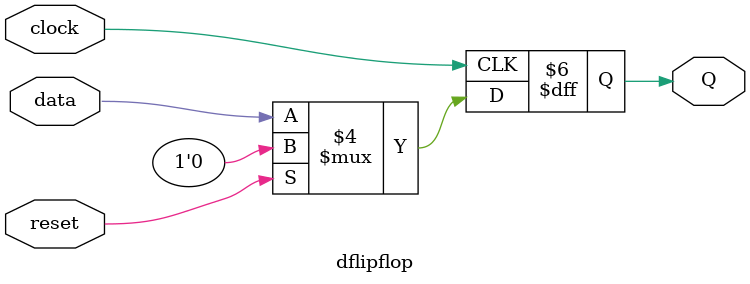
<source format=v>
module mux2to1(x, y, s, m);
    input x; //select 0
    input y; //select 1
    input s; //select signal
    output m; //output
  
    assign m = s & y | ~s & x;
endmodule


module dflipflop (data, clock, reset, Q);

	input data,clock, reset;

	output reg  Q;
	
	always@(posedge clock)
		begin
			if(reset == 1'b1)
				Q <= 1'b0;
			else
				Q <=data;
		end

endmodule


</source>
